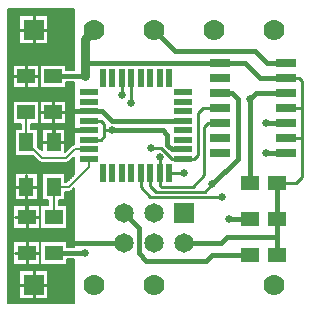
<source format=gtl>
%FSAX24Y24*%
%MOIN*%
G70*
G01*
G75*
%ADD10C,0.0070*%
%ADD11R,0.0197X0.0630*%
%ADD12R,0.0630X0.0197*%
%ADD13R,0.0600X0.0500*%
%ADD14R,0.0689X0.0256*%
%ADD15R,0.0512X0.0630*%
%ADD16C,0.0100*%
%ADD17C,0.0150*%
%ADD18C,0.0300*%
%ADD19C,0.0650*%
%ADD20R,0.0650X0.0650*%
%ADD21C,0.0700*%
%ADD22R,0.0700X0.0700*%
%ADD23C,0.0250*%
D10*
X013550Y016642D02*
X013442Y016593D01*
X013550Y016642D02*
X013442Y016593D01*
X013263Y016003D02*
X013383Y016053D01*
X013263Y016003D02*
X013383Y016052D01*
X012362D02*
X012483Y016003D01*
X012362Y016053D02*
X012483Y016003D01*
X013352Y015042D02*
X013472Y015092D01*
X013352Y015042D02*
X013472Y015092D01*
X013550Y019118D02*
Y021160D01*
X013490Y019118D02*
Y021160D01*
X013282Y019240D02*
X013550D01*
X013282Y019180D02*
X013550D01*
X013282Y019120D02*
X013550D01*
X013282Y019118D02*
X013550D01*
X013430D02*
Y021160D01*
X013370Y019118D02*
Y021160D01*
X013310Y019118D02*
Y021160D01*
X013282Y019118D02*
Y019293D01*
X013250D02*
Y021160D01*
X013550Y016642D02*
Y018698D01*
X013490Y016626D02*
Y018698D01*
X013282D02*
X013550D01*
X013282Y018640D02*
X013550D01*
X013282Y018580D02*
X013550D01*
X013430Y016580D02*
Y018698D01*
X013370Y016520D02*
Y018698D01*
X013310Y016460D02*
Y018698D01*
X013282Y018523D02*
Y018698D01*
X013250Y018093D02*
Y018523D01*
X012685Y020920D02*
X013550D01*
X012685Y020860D02*
X013550D01*
X012685Y020800D02*
X013550D01*
X012685Y020740D02*
X013550D01*
X012685Y020680D02*
X013550D01*
X012685Y020620D02*
X013550D01*
X012685Y020560D02*
X013550D01*
X012685Y020500D02*
X013550D01*
X012685Y020440D02*
X013550D01*
X012685Y020380D02*
X013550D01*
X012685Y020320D02*
X013550D01*
X012685Y020260D02*
X013550D01*
X012685Y020200D02*
X013550D01*
X012685Y020140D02*
X013550D01*
X012685Y020080D02*
X013550D01*
X012685Y020020D02*
X013550D01*
X013190Y019293D02*
Y021160D01*
X012412Y019293D02*
X013282D01*
X012412Y018523D02*
X013282D01*
X012412Y018093D02*
X013282D01*
Y018040D02*
X013550D01*
X013282Y017980D02*
X013550D01*
X013282Y017920D02*
X013550D01*
X013282Y017860D02*
X013550D01*
X013282Y017800D02*
X013550D01*
X013282Y017740D02*
X013550D01*
X013282Y017680D02*
X013550D01*
X013282Y017620D02*
X013550D01*
X013282Y017560D02*
X013550D01*
X013282Y017500D02*
X013550D01*
X013282Y017440D02*
X013550D01*
X013282Y017380D02*
X013550D01*
X013510Y016180D02*
X013550D01*
X013450Y016120D02*
X013550D01*
X013282Y017323D02*
Y018093D01*
X013383Y016053D02*
X013550Y016220D01*
X013250Y016400D02*
Y017323D01*
X013390Y016060D02*
X013550D01*
X013244Y017140D02*
X013550D01*
X013244Y017080D02*
X013550D01*
X013244Y017020D02*
X013550D01*
X013244Y016960D02*
X013550D01*
X013244Y016900D02*
X013550D01*
X012462Y017158D02*
X013244D01*
X012412Y017323D02*
X013282D01*
X013244Y016840D02*
X013550D01*
X013244Y016780D02*
X013550D01*
X013244Y016720D02*
X013550D01*
X013244Y016660D02*
X013550D01*
X013244Y016600D02*
X013450D01*
X013244Y016394D02*
X013442Y016593D01*
X013244Y016540D02*
X013390D01*
X013244Y016480D02*
X013330D01*
X013244Y016394D02*
Y017158D01*
X012483Y016003D02*
X013263D01*
X013130Y019293D02*
Y021160D01*
X013070Y019293D02*
Y021160D01*
X013010Y019293D02*
Y021160D01*
X012950Y019293D02*
Y021160D01*
X012890Y019293D02*
Y021160D01*
X012830Y019293D02*
Y021160D01*
X012770Y019293D02*
Y021160D01*
X012710Y019293D02*
Y021160D01*
X012650Y020945D02*
Y021160D01*
X012685Y019975D02*
Y020945D01*
X012650Y019293D02*
Y019975D01*
X013190Y018093D02*
Y018523D01*
X013130Y018093D02*
Y018523D01*
X013070Y018093D02*
Y018523D01*
X013010Y018093D02*
Y018523D01*
X012950Y018093D02*
Y018523D01*
X012890Y018093D02*
Y018523D01*
X012830Y018093D02*
Y018523D01*
X012770Y018093D02*
Y018523D01*
X012710Y018093D02*
Y018523D01*
X012590Y020945D02*
Y021160D01*
X012530Y020945D02*
Y021160D01*
X012470Y020945D02*
Y021160D01*
X012590Y019293D02*
Y019975D01*
X012530Y019293D02*
Y019975D01*
X012410Y020945D02*
Y021160D01*
X012470Y019293D02*
Y019975D01*
X012350Y020945D02*
Y021160D01*
X012412Y018523D02*
Y019293D01*
X012350D02*
Y019975D01*
X012650Y018093D02*
Y018523D01*
X012590Y018093D02*
Y018523D01*
X012530Y018093D02*
Y018523D01*
X012470Y018093D02*
Y018523D01*
X012382D02*
Y019293D01*
X012410Y016486D02*
Y019975D01*
X012350Y018093D02*
Y018523D01*
X012412Y017323D02*
Y018093D01*
X012382Y017323D02*
Y018093D01*
X013190Y017158D02*
Y017323D01*
X013130Y017158D02*
Y017323D01*
X013070Y017158D02*
Y017323D01*
X013010Y017158D02*
Y017323D01*
X012950Y017158D02*
Y017323D01*
X012890Y017158D02*
Y017323D01*
X012830Y017158D02*
Y017323D01*
X012770Y017158D02*
Y017323D01*
X012710Y017158D02*
Y017323D01*
X012650Y017158D02*
Y017323D01*
X013190Y015662D02*
Y016003D01*
X013130Y015662D02*
Y016003D01*
X013070Y015662D02*
Y016003D01*
X013010Y015662D02*
Y016003D01*
X012950Y015662D02*
Y016003D01*
X012590Y017158D02*
Y017323D01*
X012530Y017158D02*
Y017323D01*
X012890Y015662D02*
Y016003D01*
X012830Y015662D02*
Y016003D01*
X012470Y017158D02*
Y017323D01*
X012338Y017140D02*
X012462D01*
X012338Y017080D02*
X012462D01*
X012338Y017020D02*
X012462D01*
X012338Y016960D02*
X012462D01*
X012338Y016900D02*
X012462D01*
X012338Y016840D02*
X012462D01*
X012338Y016780D02*
X012462D01*
X012338Y016720D02*
X012462D01*
X012338Y016660D02*
X012462D01*
X012338Y016600D02*
X012462D01*
X012356Y016540D02*
X012462D01*
X012350Y016546D02*
Y017323D01*
X012462Y016434D02*
Y017158D01*
X012338Y016558D02*
Y017158D01*
X012416Y016480D02*
X012462D01*
X012338Y016558D02*
X012462Y016434D01*
X013550Y015650D02*
Y016220D01*
X013490Y015590D02*
Y016160D01*
X013282Y015382D02*
X013550Y015650D01*
X013472Y015092D02*
X013550Y015170D01*
X013480Y015100D02*
X013550D01*
X013288Y014560D02*
X013550D01*
X013430Y015530D02*
Y016100D01*
X013370Y015470D02*
Y016041D01*
X013310Y015410D02*
Y016009D01*
X013288Y014500D02*
X013550D01*
Y013222D02*
Y015170D01*
X013288Y014440D02*
X013550D01*
X013288Y014380D02*
X013550D01*
X013288Y014320D02*
X013550D01*
X013490Y013222D02*
Y015110D01*
X013430Y013222D02*
Y015061D01*
X013370Y013222D02*
Y015043D01*
X013310Y013222D02*
Y015042D01*
X013288Y013827D02*
Y014597D01*
X013244Y015640D02*
X013540D01*
X013244Y015580D02*
X013480D01*
X013244Y015520D02*
X013420D01*
X013244Y015460D02*
X013360D01*
X013244Y015040D02*
X013550D01*
X013250Y015382D02*
Y016003D01*
X013244Y015382D02*
Y015662D01*
X012462D02*
X013244D01*
Y015400D02*
X013300D01*
X013244Y015382D02*
X013282D01*
X013244Y014980D02*
X013550D01*
X013244Y014920D02*
X013550D01*
X013244Y014860D02*
X013550D01*
X013244Y014800D02*
X013550D01*
X013023Y014740D02*
X013550D01*
X013244Y015042D02*
X013352D01*
X013023Y014680D02*
X013550D01*
X013023Y014620D02*
X013550D01*
X013288Y014260D02*
X013550D01*
X013023Y014597D02*
X013288D01*
Y014200D02*
X013550D01*
X013288Y014140D02*
X013550D01*
X013288Y014080D02*
X013550D01*
X013288Y014020D02*
X013550D01*
X013288Y013960D02*
X013550D01*
X013288Y013900D02*
X013550D01*
X013288Y013840D02*
X013550D01*
X013288Y013222D02*
Y013397D01*
Y013360D02*
X013550D01*
X013288Y013300D02*
X013550D01*
X013288Y013240D02*
X013550D01*
X013288Y013222D02*
X013550D01*
Y011360D02*
Y012802D01*
X013288D02*
X013550D01*
X013288Y012760D02*
X013550D01*
X013288Y012700D02*
X013550D01*
X013490Y011360D02*
Y012802D01*
X013430Y011360D02*
Y012802D01*
X013370Y011360D02*
Y012802D01*
X013310Y011360D02*
Y012802D01*
X013288Y012627D02*
Y012802D01*
Y012640D02*
X013550D01*
X012685Y012400D02*
X013550D01*
X012685Y012340D02*
X013550D01*
X012685Y012280D02*
X013550D01*
X012685Y012220D02*
X013550D01*
X012418Y013827D02*
X013288D01*
X012418Y013397D02*
X013288D01*
X012418Y012627D02*
X013288D01*
X012685Y012160D02*
X013550D01*
X012685Y012100D02*
X013550D01*
X012685Y012040D02*
X013550D01*
X012685Y011980D02*
X013550D01*
X012685Y011920D02*
X013550D01*
X012685Y011860D02*
X013550D01*
X012685Y011800D02*
X013550D01*
X012685Y011740D02*
X013550D01*
X012685Y011680D02*
X013550D01*
X012685Y011620D02*
X013550D01*
X012685Y011560D02*
X013550D01*
X012685Y011500D02*
X013550D01*
X012770Y015662D02*
Y016003D01*
X013244Y014762D02*
Y015042D01*
X012710Y015662D02*
Y016003D01*
X013023Y014762D02*
X013244D01*
X013250Y014597D02*
Y015042D01*
X012462Y014762D02*
X012683D01*
X012650Y015662D02*
Y016003D01*
X012590Y015662D02*
Y016003D01*
X012530Y015662D02*
Y016003D01*
X012470Y015662D02*
Y016003D01*
X012462Y014762D02*
Y015662D01*
X013190Y014597D02*
Y014762D01*
X013130Y014597D02*
Y014762D01*
X013070Y014597D02*
Y014762D01*
X013023Y014597D02*
Y014762D01*
X012683Y014597D02*
Y014762D01*
X012650Y014597D02*
Y014762D01*
X012590Y014597D02*
Y014762D01*
X012410Y012445D02*
Y016019D01*
X012530Y014597D02*
Y014762D01*
X012470Y014597D02*
Y014762D01*
X012338Y015640D02*
X012462D01*
X012338Y015580D02*
X012462D01*
X012338Y015520D02*
X012462D01*
X012338Y015460D02*
X012462D01*
X012338Y015400D02*
X012462D01*
X012338Y015340D02*
X012462D01*
X012338Y015280D02*
X012462D01*
X012338Y015220D02*
X012462D01*
X012338Y015160D02*
X012462D01*
X012338Y015100D02*
X012462D01*
X012338Y015040D02*
X012462D01*
X012338Y014980D02*
X012462D01*
X012338Y014920D02*
X012462D01*
X012418Y014597D02*
X012683D01*
X012338Y014860D02*
X012462D01*
X012338Y014762D02*
Y015662D01*
X012350Y014597D02*
Y016065D01*
X012338Y014800D02*
X012462D01*
X012418Y013827D02*
Y014597D01*
X012290D02*
Y014762D01*
X013250Y013397D02*
Y013827D01*
X013190Y013397D02*
Y013827D01*
X013130Y013397D02*
Y013827D01*
X013070Y013397D02*
Y013827D01*
X013010Y013397D02*
Y013827D01*
X012950Y013397D02*
Y013827D01*
X012890Y013397D02*
Y013827D01*
X012830Y013397D02*
Y013827D01*
X012770Y013397D02*
Y013827D01*
X012710Y013397D02*
Y013827D01*
X012685Y011475D02*
Y012445D01*
X013250Y011360D02*
Y012627D01*
X013190Y011360D02*
Y012627D01*
X013130Y011360D02*
Y012627D01*
X013070Y011360D02*
Y012627D01*
X013010Y011360D02*
Y012627D01*
X012950Y011360D02*
Y012627D01*
X012890Y011360D02*
Y012627D01*
X012830Y011360D02*
Y012627D01*
X012770Y011360D02*
Y012627D01*
X012710Y011360D02*
Y012627D01*
X012650Y013397D02*
Y013827D01*
X012590Y013397D02*
Y013827D01*
X012530Y013397D02*
Y013827D01*
X012650Y012445D02*
Y012627D01*
X012470Y013397D02*
Y013827D01*
X012388D02*
Y014597D01*
X012350Y013397D02*
Y013827D01*
X012290Y013397D02*
Y013827D01*
X012418Y012627D02*
Y013397D01*
X012388Y012627D02*
Y013397D01*
X012590Y012445D02*
Y012627D01*
X012650Y011360D02*
Y011475D01*
X012530Y012445D02*
Y012627D01*
X012590Y011360D02*
Y011475D01*
X012530Y011360D02*
Y011475D01*
X012470Y012445D02*
Y012627D01*
Y011360D02*
Y011475D01*
X012350Y012445D02*
Y012627D01*
X012410Y011360D02*
Y011475D01*
X012350Y011360D02*
Y011475D01*
X012290Y020945D02*
Y021160D01*
X012230Y020945D02*
Y021160D01*
X012170Y020945D02*
Y021160D01*
X012110Y020945D02*
Y021160D01*
X012050Y020945D02*
Y021160D01*
X011990Y020945D02*
Y021160D01*
X011930Y020945D02*
Y021160D01*
X011870Y020945D02*
Y021160D01*
X012290Y019293D02*
Y019975D01*
X012230Y019293D02*
Y019975D01*
X012170Y019293D02*
Y019975D01*
X012110Y019293D02*
Y019975D01*
X012050Y019293D02*
Y019975D01*
X011990Y019293D02*
Y019975D01*
X011930Y019293D02*
Y019975D01*
X011870Y019293D02*
Y019975D01*
X011350Y021160D02*
X013550D01*
X011350Y021100D02*
X013550D01*
X011350Y021040D02*
X013550D01*
X011350Y020980D02*
X013550D01*
X011350Y019960D02*
X013550D01*
X011715Y020945D02*
X012685D01*
X011715Y019975D02*
X012685D01*
X011350Y019900D02*
X013550D01*
X011350Y019840D02*
X013550D01*
X011350Y019780D02*
X013550D01*
X011350Y019720D02*
X013550D01*
X011350Y019660D02*
X013550D01*
X011350Y019600D02*
X013550D01*
X011350Y019540D02*
X013550D01*
X011350Y019480D02*
X013550D01*
X011350Y019420D02*
X013550D01*
X011350Y019360D02*
X013550D01*
X011512Y019293D02*
X012382D01*
X011350Y019300D02*
X013550D01*
X012290Y018093D02*
Y018523D01*
X012230Y018093D02*
Y018523D01*
X012170Y018093D02*
Y018523D01*
X012110Y018093D02*
Y018523D01*
X012117Y017320D02*
X013550D01*
X012117Y017323D02*
X012382D01*
X012050Y018093D02*
Y018523D01*
X011990Y018093D02*
Y018523D01*
X011930Y018093D02*
Y018523D01*
X012117Y017260D02*
X013550D01*
X012290Y017158D02*
Y017323D01*
X012117Y017200D02*
X013550D01*
X012157Y016258D02*
X012362Y016053D01*
X012117Y017158D02*
X012338D01*
X012230D02*
Y017323D01*
X012170Y017158D02*
Y017323D01*
X012117Y017158D02*
Y017323D01*
X012290Y015662D02*
Y016125D01*
X011556Y016258D02*
X012157D01*
X011350Y018520D02*
X013550D01*
X011350Y018460D02*
X013550D01*
X011350Y018400D02*
X013550D01*
X011350Y018340D02*
X013550D01*
X011350Y018280D02*
X013550D01*
X011512Y018523D02*
X012382D01*
X011350Y018220D02*
X013550D01*
X011350Y018160D02*
X013550D01*
X011512Y018093D02*
X012382D01*
X011350Y018100D02*
X013550D01*
X011350Y016000D02*
X013550D01*
X011350Y015940D02*
X013550D01*
X011350Y015880D02*
X013550D01*
X011350Y015820D02*
X013550D01*
X011350Y015760D02*
X013550D01*
X011350Y016240D02*
X012175D01*
X011350Y016180D02*
X012235D01*
X011350Y016120D02*
X012295D01*
X011350Y016060D02*
X012355D01*
X011350Y015700D02*
X013550D01*
X011810Y020945D02*
Y021160D01*
X011750Y020945D02*
Y021160D01*
X011350Y020920D02*
X011715D01*
X011350Y020860D02*
X011715D01*
X011350Y020800D02*
X011715D01*
X011350Y020740D02*
X011715D01*
X011350Y020680D02*
X011715D01*
Y019975D02*
Y020945D01*
X011350Y020620D02*
X011715D01*
X011350Y020560D02*
X011715D01*
X011350Y020500D02*
X011715D01*
X011810Y019293D02*
Y019975D01*
X011870Y018093D02*
Y018523D01*
X011750Y019293D02*
Y019975D01*
X011810Y018093D02*
Y018523D01*
X011750Y018093D02*
Y018523D01*
X011690Y019293D02*
Y021160D01*
X011630Y019293D02*
Y021160D01*
X011570Y019293D02*
Y021160D01*
X011690Y018093D02*
Y018523D01*
X011512D02*
Y019293D01*
X011350Y020440D02*
X011715D01*
X011350Y020380D02*
X011715D01*
X011350Y020320D02*
X011715D01*
X011350Y020260D02*
X011715D01*
X011350Y020200D02*
X011715D01*
X011350Y020140D02*
X011715D01*
X011350Y020080D02*
X011715D01*
X011350Y020020D02*
X011715D01*
X011350Y019240D02*
X011512D01*
X011350Y019180D02*
X011512D01*
X011350Y019120D02*
X011512D01*
X011350Y019060D02*
X011512D01*
X011350Y019000D02*
X011512D01*
X011350Y018940D02*
X011512D01*
X011350Y018880D02*
X011512D01*
X011350Y018820D02*
X011512D01*
X011350Y018760D02*
X011512D01*
X011350Y018700D02*
X011512D01*
X011350Y018640D02*
X011512D01*
X011350Y018580D02*
X011512D01*
X011630Y018093D02*
Y018523D01*
X011570Y018093D02*
Y018523D01*
X011350Y018040D02*
X011512D01*
X011350Y017980D02*
X011512D01*
X011350Y017920D02*
X011512D01*
X011350Y017860D02*
X011512D01*
X011350Y017800D02*
X011512D01*
X011350Y017740D02*
X011512D01*
X011350Y017680D02*
X011512D01*
X011350Y017620D02*
X011512D01*
X011350Y017560D02*
X011512D01*
X011777Y017158D02*
Y017323D01*
X011750Y017158D02*
Y017323D01*
X011512D02*
X011777D01*
X011690Y017158D02*
Y017323D01*
X011556Y017158D02*
X011777D01*
X011512Y017323D02*
Y018093D01*
X011630Y017158D02*
Y017323D01*
X011350Y017500D02*
X011512D01*
X011570Y017158D02*
Y017323D01*
X011556Y016258D02*
Y017158D01*
X011350Y017320D02*
X011777D01*
X011350Y017260D02*
X011777D01*
X011350Y017200D02*
X011777D01*
X011350Y017140D02*
X011556D01*
X011350Y017080D02*
X011556D01*
X011350Y017440D02*
X011512D01*
X011350Y017380D02*
X011512D01*
X011350Y017020D02*
X011556D01*
X011350Y016960D02*
X011556D01*
X011350Y016900D02*
X011556D01*
X011350Y016840D02*
X011556D01*
X011350Y016780D02*
X011556D01*
X011350Y016720D02*
X011556D01*
X011350Y016660D02*
X011556D01*
X011350Y016600D02*
X011556D01*
X011350Y016540D02*
X011556D01*
X011350Y016480D02*
X011556D01*
X011350Y016420D02*
X011556D01*
X011350Y016360D02*
X011556D01*
X011350Y016300D02*
X011556D01*
X012230Y015662D02*
Y016185D01*
X012170Y015662D02*
Y016245D01*
X012110Y015662D02*
Y016258D01*
X012230Y014597D02*
Y014762D01*
X012170Y014597D02*
Y014762D01*
X012050Y015662D02*
Y016258D01*
X011990Y015662D02*
Y016258D01*
X011930Y015662D02*
Y016258D01*
X012110Y014597D02*
Y014762D01*
X012050Y014597D02*
Y014762D01*
X012230Y013397D02*
Y013827D01*
X012170Y013397D02*
Y013827D01*
X012110Y013397D02*
Y013827D01*
X011990Y014597D02*
Y014762D01*
X012050Y013397D02*
Y013827D01*
X011990Y013397D02*
Y013827D01*
X011556Y015662D02*
X012338D01*
X011556Y014762D02*
X012338D01*
X011350Y014740D02*
X012683D01*
X011350Y014680D02*
X012683D01*
X011350Y014620D02*
X012683D01*
X011870Y015662D02*
Y016258D01*
X011810Y015662D02*
Y016258D01*
X011930Y014597D02*
Y014762D01*
X011518Y014597D02*
X012388D01*
X011518Y013827D02*
X012388D01*
X011350Y013780D02*
X013550D01*
X011350Y013720D02*
X013550D01*
X011870Y014597D02*
Y014762D01*
X011930Y013397D02*
Y013827D01*
X011810Y014597D02*
Y014762D01*
X011870Y013397D02*
Y013827D01*
X011810Y013397D02*
Y013827D01*
X012290Y012445D02*
Y012627D01*
X012230Y012445D02*
Y012627D01*
X012170Y012445D02*
Y012627D01*
X012110Y012445D02*
Y012627D01*
X012050Y012445D02*
Y012627D01*
X011990Y012445D02*
Y012627D01*
X011930Y012445D02*
Y012627D01*
X011870Y012445D02*
Y012627D01*
X012290Y011360D02*
Y011475D01*
X012230Y011360D02*
Y011475D01*
X012170Y011360D02*
Y011475D01*
X012110Y011360D02*
Y011475D01*
X012050Y011360D02*
Y011475D01*
X011990Y011360D02*
Y011475D01*
X011930Y011360D02*
Y011475D01*
X011350Y013660D02*
X013550D01*
X011350Y013600D02*
X013550D01*
X011350Y013540D02*
X013550D01*
X011350Y013480D02*
X013550D01*
X011350Y013420D02*
X013550D01*
X011518Y013397D02*
X012388D01*
X011518Y012627D02*
X012388D01*
X011350Y012580D02*
X013550D01*
X011350Y012520D02*
X013550D01*
X011350Y012460D02*
X013550D01*
X011715Y012445D02*
X012685D01*
X011350Y011440D02*
X013550D01*
X011350Y011380D02*
X013550D01*
X011350Y011360D02*
X013550D01*
X011810Y012445D02*
Y012627D01*
X011715Y011475D02*
X012685D01*
X011870Y011360D02*
Y011475D01*
X011810Y011360D02*
Y011475D01*
X011750Y015662D02*
Y016258D01*
X011690Y015662D02*
Y016258D01*
X011630Y015662D02*
Y016258D01*
X011570Y015662D02*
Y016258D01*
X011350Y015640D02*
X011556D01*
X011350Y015580D02*
X011556D01*
X011350Y015520D02*
X011556D01*
X011350Y015460D02*
X011556D01*
X011350Y015400D02*
X011556D01*
X011350Y015340D02*
X011556D01*
X011350Y015280D02*
X011556D01*
X011750Y014597D02*
Y014762D01*
X011690Y014597D02*
Y014762D01*
X011556D02*
Y015662D01*
X011630Y014597D02*
Y014762D01*
X011570Y014597D02*
Y014762D01*
X011510Y011360D02*
Y021160D01*
X011450Y011360D02*
Y021160D01*
X011390Y011360D02*
Y021160D01*
X011518Y013827D02*
Y014597D01*
X011350Y011360D02*
Y021160D01*
Y015220D02*
X011556D01*
X011350Y015160D02*
X011556D01*
X011350Y015100D02*
X011556D01*
X011350Y015040D02*
X011556D01*
X011350Y014980D02*
X011556D01*
X011350Y014920D02*
X011556D01*
X011350Y014860D02*
X011556D01*
X011350Y014800D02*
X011556D01*
X011350Y014560D02*
X011518D01*
X011350Y014500D02*
X011518D01*
X011350Y014440D02*
X011518D01*
X011350Y014380D02*
X011518D01*
X011350Y014320D02*
X011518D01*
X011350Y014260D02*
X011518D01*
X011350Y014200D02*
X011518D01*
X011350Y014140D02*
X011518D01*
X011350Y014080D02*
X011518D01*
X011350Y014020D02*
X011518D01*
X011350Y013960D02*
X011518D01*
X011350Y013900D02*
X011518D01*
X011750Y013397D02*
Y013827D01*
X011690Y013397D02*
Y013827D01*
X011630Y013397D02*
Y013827D01*
X011350Y013840D02*
X011518D01*
X011570Y013397D02*
Y013827D01*
X011350Y013360D02*
X011518D01*
X011350Y013300D02*
X011518D01*
X011350Y013240D02*
X011518D01*
X011350Y013180D02*
X011518D01*
X011350Y013120D02*
X011518D01*
X011350Y013060D02*
X011518D01*
X011750Y012445D02*
Y012627D01*
X011690Y011360D02*
Y012627D01*
X011630Y011360D02*
Y012627D01*
X011750Y011360D02*
Y011475D01*
X011715D02*
Y012445D01*
X011350Y013000D02*
X011518D01*
Y012627D02*
Y013397D01*
X011350Y012940D02*
X011518D01*
X011570Y011360D02*
Y012627D01*
X011350Y012880D02*
X011518D01*
X011350Y012400D02*
X011715D01*
X011350Y012340D02*
X011715D01*
X011350Y012280D02*
X011715D01*
X011350Y012220D02*
X011715D01*
X011350Y012160D02*
X011715D01*
X011350Y012820D02*
X011518D01*
X011350Y012760D02*
X011518D01*
X011350Y012700D02*
X011518D01*
X011350Y012640D02*
X011518D01*
X011350Y012100D02*
X011715D01*
X011350Y012040D02*
X011715D01*
X011350Y011980D02*
X011715D01*
X011350Y011920D02*
X011715D01*
X011350Y011860D02*
X011715D01*
X011350Y011800D02*
X011715D01*
X011350Y011740D02*
X011715D01*
X011350Y011680D02*
X011715D01*
X011350Y011620D02*
X011715D01*
X011350Y011560D02*
X011715D01*
X011350Y011500D02*
X011715D01*
X011947Y016708D02*
Y017708D01*
X011953Y013012D02*
Y014212D01*
X012853Y015212D02*
X013352D01*
X012853Y014212D02*
Y015212D01*
X013352D02*
X014025Y015885D01*
Y016158D01*
X013563Y016473D02*
X014025D01*
X013263Y016173D02*
X013563Y016473D01*
X012483Y016173D02*
X013263D01*
X011947Y016708D02*
X012483Y016173D01*
X011947Y014217D02*
Y015212D01*
X012847Y016714D02*
Y017708D01*
D11*
X016702Y018835D02*
D03*
X016387D02*
D03*
X016072D02*
D03*
X015757D02*
D03*
X015443D02*
D03*
X015128D02*
D03*
X014813D02*
D03*
X014498D02*
D03*
X016702Y015685D02*
D03*
X016387D02*
D03*
X016072D02*
D03*
X015757D02*
D03*
X015443D02*
D03*
X015128D02*
D03*
X014813D02*
D03*
X014498D02*
D03*
D12*
X017175Y016158D02*
D03*
Y016473D02*
D03*
Y016788D02*
D03*
Y017103D02*
D03*
Y017417D02*
D03*
Y017732D02*
D03*
Y018047D02*
D03*
Y018362D02*
D03*
X014025Y016158D02*
D03*
Y016473D02*
D03*
Y016788D02*
D03*
Y017103D02*
D03*
Y017417D02*
D03*
Y017732D02*
D03*
Y018047D02*
D03*
Y018362D02*
D03*
D13*
X012847Y017708D02*
D03*
X011947D02*
D03*
X011953Y014212D02*
D03*
X012853D02*
D03*
X011947Y018908D02*
D03*
X012847D02*
D03*
X019400Y015360D02*
D03*
X020300D02*
D03*
X012853Y013012D02*
D03*
X011953D02*
D03*
X020300Y012960D02*
D03*
X019400D02*
D03*
X020300Y014160D02*
D03*
X019400D02*
D03*
D14*
X020605Y017360D02*
D03*
Y016360D02*
D03*
Y016860D02*
D03*
Y019360D02*
D03*
Y018860D02*
D03*
Y018360D02*
D03*
Y017860D02*
D03*
X018400Y019360D02*
D03*
Y018860D02*
D03*
Y018360D02*
D03*
Y017860D02*
D03*
Y016360D02*
D03*
Y016860D02*
D03*
Y017360D02*
D03*
D15*
X012853Y016708D02*
D03*
Y015212D02*
D03*
X011947D02*
D03*
Y016708D02*
D03*
D16*
X012847Y017708D02*
X013247D01*
X012853Y016708D02*
X013209D01*
X012847Y017708D02*
Y018058D01*
X012447Y017708D02*
X012847D01*
Y017358D02*
Y017708D01*
X012853Y016708D02*
Y017123D01*
X012497Y016708D02*
X012853D01*
X012200Y020460D02*
Y020910D01*
Y020460D02*
X012650D01*
X012200Y020010D02*
Y020460D01*
X011947Y018908D02*
X012347D01*
X011947D02*
Y019258D01*
X011750Y020460D02*
X012200D01*
X011947Y018558D02*
Y018908D01*
X011547D02*
X011947D01*
Y015212D02*
X012303D01*
X011947D02*
Y015627D01*
X011953Y014212D02*
X012353D01*
X011953D02*
Y014562D01*
Y013862D02*
Y014212D01*
X011591Y015212D02*
X011947D01*
Y014797D02*
Y015212D01*
X011553Y014212D02*
X011953D01*
Y013012D02*
X012353D01*
X011953D02*
Y013362D01*
Y012662D02*
Y013012D01*
X012200Y011960D02*
Y012410D01*
Y011960D02*
X012650D01*
X012200Y011510D02*
Y011960D01*
X011553Y013012D02*
X011953D01*
X011750Y011960D02*
X012200D01*
X016387Y015268D02*
Y016197D01*
X016802Y016158D02*
X017550D01*
X021120Y015530D02*
Y018760D01*
X020605Y017860D02*
X021120D01*
X020605Y016860D02*
X021120D01*
X014550Y016895D02*
Y017310D01*
X021020Y018860D02*
X021120Y018760D01*
X014550Y017110D02*
X014800D01*
X020605Y018860D02*
X021020D01*
X020950Y015360D02*
X021120Y015530D01*
X020300Y015360D02*
X020950D01*
X016702Y015685D02*
X017200D01*
X014025Y017417D02*
X014443D01*
X014550Y017310D01*
X014443Y016788D02*
X014550Y016895D01*
X014025Y016788D02*
X014443D01*
X015128Y018282D02*
Y018835D01*
X015443Y018017D02*
Y018835D01*
X016100Y016510D02*
X016450D01*
X016802Y016158D01*
X017550D02*
X017677Y016285D01*
Y017688D01*
X017849Y017860D01*
X018400D01*
X016257Y015048D02*
X017888D01*
X018150Y015310D01*
X017487Y015218D02*
X017867Y015598D01*
X017999Y017360D02*
X018400D01*
X017867Y017228D02*
X017999Y017360D01*
X017867Y015598D02*
Y017228D01*
X016437Y015218D02*
X017487D01*
X016387Y015268D02*
X016437Y015218D01*
X018150Y015270D02*
Y015310D01*
X016072Y015233D02*
X016257Y015048D01*
X016072Y015233D02*
Y015685D01*
X015757Y015198D02*
Y015685D01*
X016077Y014878D02*
X018468D01*
X015757Y015198D02*
X016077Y014878D01*
D17*
X020300Y012960D02*
Y015360D01*
X013897Y019360D02*
X019250D01*
X018650Y013560D02*
X020300D01*
X016787Y016473D02*
X017175D01*
X016650Y016610D02*
X016787Y016473D01*
X016650Y016610D02*
Y016960D01*
X016500Y017110D02*
X016650Y016960D01*
X014800Y017110D02*
X016500D01*
X013522Y017732D02*
X014478D01*
X014793Y017417D01*
X017175D01*
X012853Y013012D02*
X013903D01*
X012847Y018908D02*
X013897D01*
X019950Y016360D02*
X020605D01*
X019949Y017360D02*
X020605D01*
X013507Y017103D02*
X014025D01*
X018700Y014160D02*
X019400D01*
X018150Y015310D02*
X018997Y016157D01*
Y018158D01*
X018795Y018360D02*
X018997Y018158D01*
X018400Y018360D02*
X018795D01*
X019600D02*
X020605D01*
X019400Y018160D02*
X019600Y018360D01*
X019400Y015360D02*
Y018160D01*
X015200Y014360D02*
X015700Y013860D01*
Y013010D02*
Y013860D01*
Y013010D02*
X015950Y012760D01*
X017950D01*
X018150Y012960D01*
X019400D01*
X017200Y013360D02*
X018450D01*
X018650Y013560D01*
X013450Y013360D02*
X015200D01*
X016200Y020460D02*
X016900Y019760D01*
X019575D01*
X019975Y019360D01*
X020605D01*
X019750Y018860D02*
X020605D01*
X019250Y019360D02*
X019750Y018860D01*
D18*
X013897Y018908D02*
Y020157D01*
X014200Y020460D01*
D19*
X015200Y013360D02*
D03*
Y014360D02*
D03*
X016200Y013360D02*
D03*
Y014360D02*
D03*
X017200Y013360D02*
D03*
D20*
Y014360D02*
D03*
D21*
X016200Y020460D02*
D03*
X018200D02*
D03*
X020200D02*
D03*
Y011960D02*
D03*
X016200D02*
D03*
X014200D02*
D03*
Y020460D02*
D03*
D22*
X012200Y011960D02*
D03*
Y020460D02*
D03*
D23*
X018468Y014878D02*
D03*
X019400Y018160D02*
D03*
X013897Y018908D02*
D03*
X013903Y013012D02*
D03*
X014800Y017110D02*
D03*
X015443Y018017D02*
D03*
X015128Y018282D02*
D03*
X016100Y016510D02*
D03*
X018150Y015310D02*
D03*
X019950Y016360D02*
D03*
X019949Y017360D02*
D03*
X016387Y016197D02*
D03*
X018700Y014160D02*
D03*
X017200Y015685D02*
D03*
M02*

</source>
